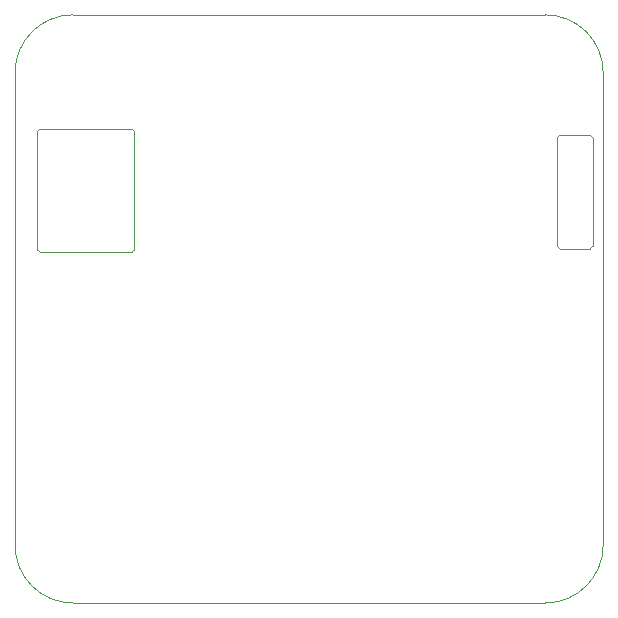
<source format=gm1>
G04 #@! TF.GenerationSoftware,KiCad,Pcbnew,5.1.5+dfsg1-2build2*
G04 #@! TF.CreationDate,2021-10-11T17:45:53+02:00*
G04 #@! TF.ProjectId,sensor_v1.0,73656e73-6f72-45f7-9631-2e302e6b6963,rev?*
G04 #@! TF.SameCoordinates,Original*
G04 #@! TF.FileFunction,Profile,NP*
%FSLAX46Y46*%
G04 Gerber Fmt 4.6, Leading zero omitted, Abs format (unit mm)*
G04 Created by KiCad (PCBNEW 5.1.5+dfsg1-2build2) date 2021-10-11 17:45:53*
%MOMM*%
%LPD*%
G04 APERTURE LIST*
%ADD10C,0.050000*%
G04 APERTURE END LIST*
D10*
X60199998Y-70000001D02*
G75*
G02X60000000Y-70199999I-199998J0D01*
G01*
X60200000Y-70000000D02*
X60200000Y-60000000D01*
X60000001Y-59800002D02*
G75*
G02X60199999Y-60000000I0J-199998D01*
G01*
X52200000Y-70200000D02*
X60000000Y-70200000D01*
X52199999Y-70199998D02*
G75*
G02X52000001Y-70000000I0J199998D01*
G01*
X52200000Y-59800000D02*
X60000000Y-59800000D01*
X52000001Y-60000000D02*
G75*
G02X52200000Y-59800001I199999J0D01*
G01*
X52000000Y-60000000D02*
X52000000Y-70000000D01*
X99000000Y-69700001D02*
G75*
G02X98800000Y-69899999I-199999J1D01*
G01*
X96200001Y-69900001D02*
G75*
G02X96000000Y-69700000I0J200001D01*
G01*
X96200001Y-69900001D02*
X98800000Y-69900000D01*
X96000001Y-60500000D02*
G75*
G02X96200000Y-60300001I199999J0D01*
G01*
X98800000Y-60300000D02*
G75*
G02X99000000Y-60500000I0J-200000D01*
G01*
X98800000Y-60300000D02*
X96200000Y-60300000D01*
X96000000Y-60500000D02*
X96000000Y-69700000D01*
X99000000Y-60500000D02*
X99000000Y-69700000D01*
X99900000Y-55000000D02*
X99900000Y-95000000D01*
X95000000Y-50100000D02*
G75*
G02X99900000Y-55000000I0J-4900000D01*
G01*
X95000000Y-99900000D02*
X55000000Y-99900000D01*
X99900000Y-95000000D02*
G75*
G02X95000000Y-99900000I-4900000J0D01*
G01*
X50100000Y-95000000D02*
X50100000Y-55000000D01*
X55000000Y-99900000D02*
G75*
G02X50100000Y-95000000I0J4900000D01*
G01*
X50100000Y-55000000D02*
G75*
G02X55000000Y-50100000I4900000J0D01*
G01*
X55000000Y-50100000D02*
X95000000Y-50100000D01*
M02*

</source>
